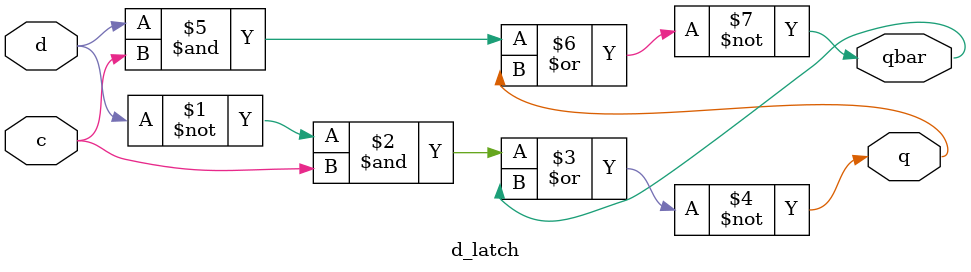
<source format=v>
`timescale 1ns / 1ps
module d_latch(
    input d,
    input c,
    output q,
    output qbar
    );

	assign q = ~((~d & c) | qbar);
	 assign qbar = ~((d & c) | q);

endmodule

</source>
